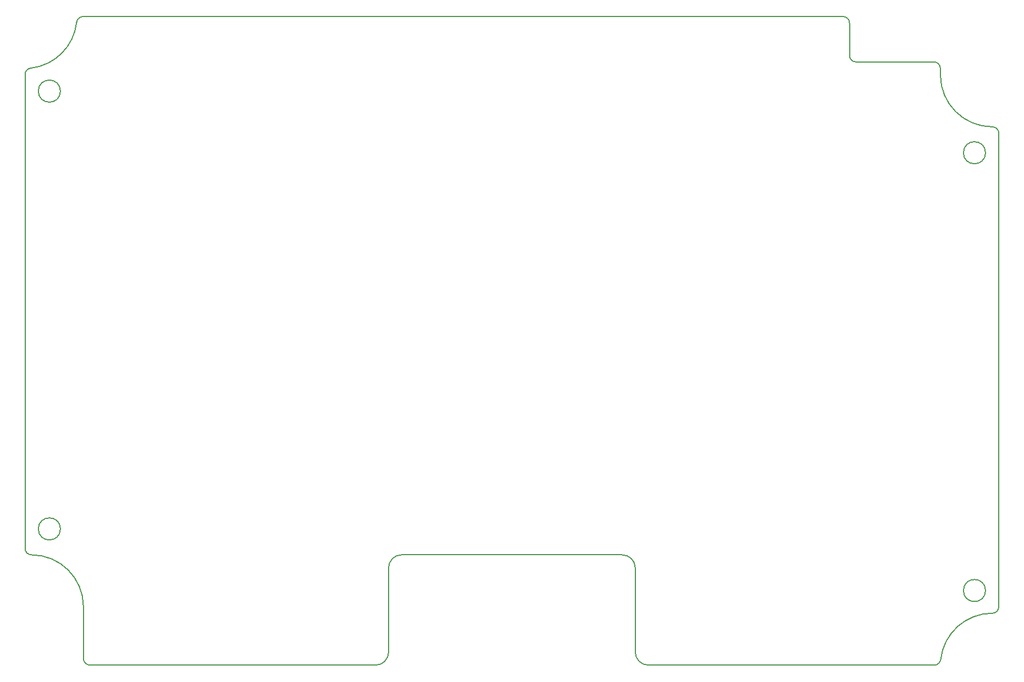
<source format=gm1>
G04*
G04 #@! TF.GenerationSoftware,Altium Limited,Altium Designer,23.3.1 (30)*
G04*
G04 Layer_Color=16711935*
%FSLAX44Y44*%
%MOMM*%
G71*
G04*
G04 #@! TF.SameCoordinates,414C3010-CE14-4ABF-8636-14FEAC747614*
G04*
G04*
G04 #@! TF.FilePolarity,Positive*
G04*
G01*
G75*
%ADD11C,0.2000*%
D11*
X1270000Y990000D02*
G03*
X1260000Y1000000I-10000J0D01*
G01*
X1410000Y920000D02*
G03*
X1400000Y930000I-10000J0D01*
G01*
X1270000Y940000D02*
G03*
X1280000Y930000I10000J0D01*
G01*
X940000Y20000D02*
G03*
X960000Y0I20000J0D01*
G01*
X940000Y150000D02*
G03*
X920000Y170000I-20000J0D01*
G01*
X580000D02*
G03*
X560000Y150000I0J-20000D01*
G01*
X540000Y0D02*
G03*
X560000Y20000I0J20000D01*
G01*
X1479500Y115000D02*
G03*
X1479500Y115000I-17000J0D01*
G01*
Y790000D02*
G03*
X1479500Y790000I-17000J0D01*
G01*
X54500Y210000D02*
G03*
X54500Y210000I-17000J0D01*
G01*
Y885000D02*
G03*
X54500Y885000I-17000J0D01*
G01*
X8889Y920496D02*
G03*
X0Y910557I1111J-9938D01*
G01*
X8889Y920496D02*
G03*
X79505Y991111I-8889J79505D01*
G01*
X89443Y1000000D02*
G03*
X79505Y991111I0J-10000D01*
G01*
X1410000Y910000D02*
G03*
X1490000Y830000I80000J0D01*
G01*
X1500000Y820000D02*
G03*
X1490000Y830000I-10000J0D01*
G01*
Y80000D02*
G03*
X1500000Y90000I0J10000D01*
G01*
X1490000Y80000D02*
G03*
X1410495Y8889I0J-80000D01*
G01*
X1400557Y0D02*
G03*
X1410495Y8889I0J10000D01*
G01*
X90000Y10000D02*
G03*
X100000Y0I10000J0D01*
G01*
X90000Y90000D02*
G03*
X10000Y170000I-80000J0D01*
G01*
X0Y180000D02*
G03*
X10000Y170000I10000J0D01*
G01*
X1280000Y930000D02*
X1400000D01*
X1410000Y910000D02*
Y920000D01*
X1270000Y940000D02*
Y990000D01*
X89443Y1000000D02*
X1260000D01*
X960000Y-0D02*
X1400557Y0D01*
X940000Y20000D02*
Y150000D01*
X579922Y170000D02*
X920000D01*
X560000Y20000D02*
Y150000D01*
X100000Y0D02*
X540000D01*
X1500000Y90000D02*
Y820000D01*
X90000Y10000D02*
Y90000D01*
X0Y180000D02*
Y910557D01*
M02*

</source>
